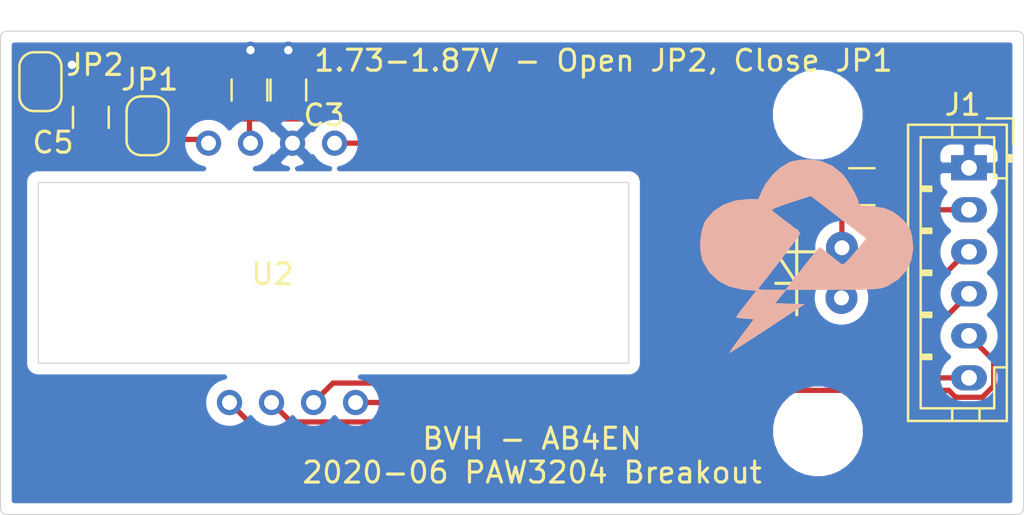
<source format=kicad_pcb>
(kicad_pcb (version 20171130) (host pcbnew 5.1.6-c6e7f7d~86~ubuntu18.04.1)

  (general
    (thickness 1.6)
    (drawings 14)
    (tracks 53)
    (zones 0)
    (modules 9)
    (nets 11)
  )

  (page A4)
  (layers
    (0 F.Cu signal)
    (31 B.Cu signal)
    (32 B.Adhes user)
    (33 F.Adhes user)
    (34 B.Paste user)
    (35 F.Paste user)
    (36 B.SilkS user)
    (37 F.SilkS user)
    (38 B.Mask user)
    (39 F.Mask user)
    (40 Dwgs.User user)
    (41 Cmts.User user)
    (42 Eco1.User user)
    (43 Eco2.User user)
    (44 Edge.Cuts user)
    (45 Margin user)
    (46 B.CrtYd user)
    (47 F.CrtYd user)
    (48 B.Fab user)
    (49 F.Fab user)
  )

  (setup
    (last_trace_width 0.25)
    (trace_clearance 0.2)
    (zone_clearance 0.508)
    (zone_45_only no)
    (trace_min 0.2)
    (via_size 0.8)
    (via_drill 0.4)
    (via_min_size 0.4)
    (via_min_drill 0.3)
    (uvia_size 0.3)
    (uvia_drill 0.1)
    (uvias_allowed no)
    (uvia_min_size 0.2)
    (uvia_min_drill 0.1)
    (edge_width 0.05)
    (segment_width 0.2)
    (pcb_text_width 0.3)
    (pcb_text_size 1.5 1.5)
    (mod_edge_width 0.12)
    (mod_text_size 1 1)
    (mod_text_width 0.15)
    (pad_size 1.524 1.524)
    (pad_drill 0.762)
    (pad_to_mask_clearance 0.05)
    (aux_axis_origin 0 0)
    (grid_origin 152.8 119.7)
    (visible_elements FFFFFF7F)
    (pcbplotparams
      (layerselection 0x010fc_ffffffff)
      (usegerberextensions false)
      (usegerberattributes true)
      (usegerberadvancedattributes true)
      (creategerberjobfile true)
      (excludeedgelayer true)
      (linewidth 0.100000)
      (plotframeref false)
      (viasonmask false)
      (mode 1)
      (useauxorigin false)
      (hpglpennumber 1)
      (hpglpenspeed 20)
      (hpglpendiameter 15.000000)
      (psnegative false)
      (psa4output false)
      (plotreference true)
      (plotvalue true)
      (plotinvisibletext false)
      (padsonsilk false)
      (subtractmaskfromsilk false)
      (outputformat 1)
      (mirror false)
      (drillshape 1)
      (scaleselection 1)
      (outputdirectory ""))
  )

  (net 0 "")
  (net 1 GND)
  (net 2 VDD)
  (net 3 VDDA)
  (net 4 SDIO)
  (net 5 SCLK)
  (net 6 RST)
  (net 7 MOTSWK)
  (net 8 LED_A)
  (net 9 LED_C)
  (net 10 "Net-(C5-Pad2)")

  (net_class Default "This is the default net class."
    (clearance 0.2)
    (trace_width 0.25)
    (via_dia 0.8)
    (via_drill 0.4)
    (uvia_dia 0.3)
    (uvia_drill 0.1)
    (add_net GND)
    (add_net LED_A)
    (add_net LED_C)
    (add_net MOTSWK)
    (add_net "Net-(C5-Pad2)")
    (add_net RST)
    (add_net SCLK)
    (add_net SDIO)
    (add_net VDD)
    (add_net VDDA)
  )

  (module BVH_Logos:SkyIron_logo_Back (layer F.Cu) (tedit 5EC1B53B) (tstamp 5EF39E40)
    (at 175.6 111.7)
    (fp_text reference G*** (at 0 0) (layer F.SilkS) hide
      (effects (font (size 1.524 1.524) (thickness 0.3)))
    )
    (fp_text value LOGO (at 0.75 0) (layer F.SilkS) hide
      (effects (font (size 1.524 1.524) (thickness 0.3)))
    )
    (fp_poly (pts (xy 0.352298 -4.573742) (xy 0.020909 -4.517714) (xy -0.158124 -4.462771) (xy -0.568729 -4.218391)
      (xy -0.960714 -3.860141) (xy -1.282732 -3.44029) (xy -1.423622 -3.174524) (xy -1.623737 -2.712223)
      (xy -2.089404 -2.710306) (xy -2.720813 -2.641024) (xy -3.283692 -2.447098) (xy -3.754039 -2.141285)
      (xy -4.107855 -1.736342) (xy -4.189405 -1.594084) (xy -4.327557 -1.193063) (xy -4.393634 -0.714943)
      (xy -4.38447 -0.230464) (xy -4.296899 0.189635) (xy -4.272125 0.254) (xy -3.96779 0.76751)
      (xy -3.543426 1.170759) (xy -3.017406 1.45105) (xy -2.408103 1.595686) (xy -2.318135 1.604313)
      (xy -1.730121 1.651) (xy -2.206096 2.258653) (xy -2.415447 2.530443) (xy -2.57786 2.749903)
      (xy -2.669836 2.884854) (xy -2.68207 2.910395) (xy -2.605941 2.940286) (xy -2.41146 2.9681)
      (xy -2.262451 2.980076) (xy -1.842832 3.005667) (xy -2.43912 3.795609) (xy -2.66994 4.106555)
      (xy -2.854143 4.364629) (xy -2.972683 4.542435) (xy -3.006906 4.612312) (xy -2.931538 4.575026)
      (xy -2.734381 4.456125) (xy -2.434629 4.267785) (xy -2.051479 4.022182) (xy -1.604125 3.731492)
      (xy -1.200404 3.46641) (xy 0.577596 2.293746) (xy -0.122819 2.268707) (xy -0.823235 2.243667)
      (xy -0.299075 1.608667) (xy 1.917261 1.606807) (xy 2.5952 1.605383) (xy 3.126469 1.601369)
      (xy 3.533727 1.593245) (xy 3.839631 1.579491) (xy 4.066842 1.558584) (xy 4.238018 1.529005)
      (xy 4.375819 1.489233) (xy 4.502904 1.437746) (xy 4.514596 1.432483) (xy 5.028188 1.116403)
      (xy 5.409697 0.701144) (xy 5.651277 0.20259) (xy 5.745077 -0.363375) (xy 5.700865 -0.836434)
      (xy 3.502838 -0.836434) (xy 3.352551 -0.647268) (xy 3.106614 -0.344738) (xy 2.863604 -0.057756)
      (xy 2.648923 0.184998) (xy 2.487973 0.354841) (xy 2.406159 0.423095) (xy 2.404315 0.423334)
      (xy 2.319153 0.372883) (xy 2.140171 0.239209) (xy 1.902512 0.048824) (xy 1.846068 0.00215)
      (xy 1.601324 -0.197243) (xy 1.408953 -0.346257) (xy 1.303542 -0.418301) (xy 1.295421 -0.421183)
      (xy 1.230775 -0.358752) (xy 1.081728 -0.185219) (xy 0.867281 0.07642) (xy 0.606438 0.403172)
      (xy 0.457611 0.592667) (xy -0.336024 1.608667) (xy -1.014169 1.608667) (xy -1.347314 1.606201)
      (xy -1.538528 1.593901) (xy -1.615196 1.564409) (xy -1.604702 1.51037) (xy -1.565741 1.4605)
      (xy -1.399739 1.259055) (xy -1.176672 0.978433) (xy -0.915862 0.644065) (xy -0.636634 0.281383)
      (xy -0.35831 -0.084183) (xy -0.100215 -0.427202) (xy 0.118329 -0.722242) (xy 0.277996 -0.943873)
      (xy 0.359465 -1.066663) (xy 0.36593 -1.081696) (xy 0.301878 -1.158891) (xy 0.129362 -1.309563)
      (xy -0.122157 -1.508952) (xy -0.311404 -1.651) (xy -0.59765 -1.866231) (xy -0.824037 -2.045344)
      (xy -0.961251 -2.164631) (xy -0.988737 -2.1988) (xy -0.913374 -2.243222) (xy -0.708531 -2.326799)
      (xy -0.406075 -2.437298) (xy -0.06203 -2.554522) (xy 0.864676 -2.860681) (xy 2.183757 -1.848558)
      (xy 3.502838 -0.836434) (xy 5.700865 -0.836434) (xy 5.69049 -0.94744) (xy 5.604056 -1.246889)
      (xy 5.464262 -1.492027) (xy 5.229643 -1.753243) (xy 5.196794 -1.785465) (xy 4.811365 -2.090263)
      (xy 4.38453 -2.276987) (xy 3.872369 -2.361616) (xy 3.588104 -2.370666) (xy 3.29564 -2.390779)
      (xy 3.166767 -2.451268) (xy 3.159863 -2.4765) (xy 3.113249 -2.665778) (xy 2.990991 -2.943484)
      (xy 2.819216 -3.262706) (xy 2.624052 -3.576536) (xy 2.431628 -3.838063) (xy 2.351763 -3.92734)
      (xy 1.886228 -4.298801) (xy 1.359586 -4.518799) (xy 0.751632 -4.595544) (xy 0.706572 -4.595766)
      (xy 0.352298 -4.573742)) (layer B.SilkS) (width 0.01))
  )

  (module Jumper:SolderJumper-2_P1.3mm_Open_RoundedPad1.0x1.5mm (layer F.Cu) (tedit 5B391E66) (tstamp 5EF39A40)
    (at 144.9 105.5 90)
    (descr "SMD Solder Jumper, 1x1.5mm, rounded Pads, 0.3mm gap, open")
    (tags "solder jumper open")
    (path /5F05DB12)
    (attr virtual)
    (fp_text reference JP1 (at 2.2 0.1 180) (layer F.SilkS)
      (effects (font (size 1 1) (thickness 0.15)))
    )
    (fp_text value VDDA_VDD (at 0 1.9 90) (layer F.Fab)
      (effects (font (size 1 1) (thickness 0.15)))
    )
    (fp_arc (start -0.7 -0.3) (end -0.7 -1) (angle -90) (layer F.SilkS) (width 0.12))
    (fp_arc (start -0.7 0.3) (end -1.4 0.3) (angle -90) (layer F.SilkS) (width 0.12))
    (fp_arc (start 0.7 0.3) (end 0.7 1) (angle -90) (layer F.SilkS) (width 0.12))
    (fp_arc (start 0.7 -0.3) (end 1.4 -0.3) (angle -90) (layer F.SilkS) (width 0.12))
    (fp_line (start -1.4 0.3) (end -1.4 -0.3) (layer F.SilkS) (width 0.12))
    (fp_line (start 0.7 1) (end -0.7 1) (layer F.SilkS) (width 0.12))
    (fp_line (start 1.4 -0.3) (end 1.4 0.3) (layer F.SilkS) (width 0.12))
    (fp_line (start -0.7 -1) (end 0.7 -1) (layer F.SilkS) (width 0.12))
    (fp_line (start -1.65 -1.25) (end 1.65 -1.25) (layer F.CrtYd) (width 0.05))
    (fp_line (start -1.65 -1.25) (end -1.65 1.25) (layer F.CrtYd) (width 0.05))
    (fp_line (start 1.65 1.25) (end 1.65 -1.25) (layer F.CrtYd) (width 0.05))
    (fp_line (start 1.65 1.25) (end -1.65 1.25) (layer F.CrtYd) (width 0.05))
    (pad 2 smd custom (at 0.65 0 90) (size 1 0.5) (layers F.Cu F.Mask)
      (net 2 VDD) (zone_connect 2)
      (options (clearance outline) (anchor rect))
      (primitives
        (gr_circle (center 0 0.25) (end 0.5 0.25) (width 0))
        (gr_circle (center 0 -0.25) (end 0.5 -0.25) (width 0))
        (gr_poly (pts
           (xy 0 -0.75) (xy -0.5 -0.75) (xy -0.5 0.75) (xy 0 0.75)) (width 0))
      ))
    (pad 1 smd custom (at -0.65 0 90) (size 1 0.5) (layers F.Cu F.Mask)
      (net 3 VDDA) (zone_connect 2)
      (options (clearance outline) (anchor rect))
      (primitives
        (gr_circle (center 0 0.25) (end 0.5 0.25) (width 0))
        (gr_circle (center 0 -0.25) (end 0.5 -0.25) (width 0))
        (gr_poly (pts
           (xy 0 -0.75) (xy 0.5 -0.75) (xy 0.5 0.75) (xy 0 0.75)) (width 0))
      ))
  )

  (module Jumper:SolderJumper-2_P1.3mm_Bridged_RoundedPad1.0x1.5mm (layer F.Cu) (tedit 5C745284) (tstamp 5EF39A53)
    (at 139.8 103.4 90)
    (descr "SMD Solder Jumper, 1x1.5mm, rounded Pads, 0.3mm gap, bridged with 1 copper strip")
    (tags "solder jumper open")
    (path /5F05D260)
    (attr virtual)
    (fp_text reference JP2 (at 0.8 2.6 180) (layer F.SilkS)
      (effects (font (size 1 1) (thickness 0.15)))
    )
    (fp_text value VDDA_GND (at 0 1.9 90) (layer F.Fab)
      (effects (font (size 1 1) (thickness 0.15)))
    )
    (fp_arc (start -0.7 -0.3) (end -0.7 -1) (angle -90) (layer F.SilkS) (width 0.12))
    (fp_arc (start -0.7 0.3) (end -1.4 0.3) (angle -90) (layer F.SilkS) (width 0.12))
    (fp_arc (start 0.7 0.3) (end 0.7 1) (angle -90) (layer F.SilkS) (width 0.12))
    (fp_arc (start 0.7 -0.3) (end 1.4 -0.3) (angle -90) (layer F.SilkS) (width 0.12))
    (fp_line (start -1.4 0.3) (end -1.4 -0.3) (layer F.SilkS) (width 0.12))
    (fp_line (start 0.7 1) (end -0.7 1) (layer F.SilkS) (width 0.12))
    (fp_line (start 1.4 -0.3) (end 1.4 0.3) (layer F.SilkS) (width 0.12))
    (fp_line (start -0.7 -1) (end 0.7 -1) (layer F.SilkS) (width 0.12))
    (fp_line (start -1.65 -1.25) (end 1.65 -1.25) (layer F.CrtYd) (width 0.05))
    (fp_line (start -1.65 -1.25) (end -1.65 1.25) (layer F.CrtYd) (width 0.05))
    (fp_line (start 1.65 1.25) (end 1.65 -1.25) (layer F.CrtYd) (width 0.05))
    (fp_line (start 1.65 1.25) (end -1.65 1.25) (layer F.CrtYd) (width 0.05))
    (fp_poly (pts (xy 0.25 -0.3) (xy -0.25 -0.3) (xy -0.25 0.3) (xy 0.25 0.3)) (layer F.Cu) (width 0))
    (pad 1 smd custom (at -0.65 0 90) (size 1 0.5) (layers F.Cu F.Mask)
      (net 10 "Net-(C5-Pad2)") (zone_connect 2)
      (options (clearance outline) (anchor rect))
      (primitives
        (gr_circle (center 0 0.25) (end 0.5 0.25) (width 0))
        (gr_circle (center 0 -0.25) (end 0.5 -0.25) (width 0))
        (gr_poly (pts
           (xy 0 -0.75) (xy 0.5 -0.75) (xy 0.5 0.75) (xy 0 0.75)) (width 0))
      ))
    (pad 2 smd custom (at 0.65 0 90) (size 1 0.5) (layers F.Cu F.Mask)
      (net 1 GND) (zone_connect 2)
      (options (clearance outline) (anchor rect))
      (primitives
        (gr_circle (center 0 0.25) (end 0.5 0.25) (width 0))
        (gr_circle (center 0 -0.25) (end 0.5 -0.25) (width 0))
        (gr_poly (pts
           (xy 0 -0.75) (xy -0.5 -0.75) (xy -0.5 0.75) (xy 0 0.75)) (width 0))
      ))
  )

  (module BVH_Components_Misc:PAW3204 (layer F.Cu) (tedit 5EF1EDD5) (tstamp 5EF2994F)
    (at 150.8 112.5)
    (path /5EF131FB)
    (fp_text reference U2 (at 0.05 0.06) (layer F.SilkS)
      (effects (font (size 1 1) (thickness 0.15)))
    )
    (fp_text value PAW3204 (at 0 -2.43) (layer F.Fab)
      (effects (font (size 1 1) (thickness 0.15)))
    )
    (fp_line (start 24 0.5) (end 26 0.5) (layer F.SilkS) (width 0.15))
    (fp_line (start 25 0.5) (end 24 -1) (layer F.SilkS) (width 0.15))
    (fp_line (start 26 -1) (end 25 0.5) (layer F.SilkS) (width 0.15))
    (fp_line (start 24 -1) (end 26 -1) (layer F.SilkS) (width 0.15))
    (fp_line (start 25 -2) (end 25 2) (layer F.SilkS) (width 0.15))
    (fp_line (start 24.3 3) (end 21 3) (layer Eco2.User) (width 0.12))
    (fp_line (start 24.3 2) (end 24.3 3) (layer Eco2.User) (width 0.12))
    (fp_line (start 26.1 2) (end 24.3 2) (layer Eco2.User) (width 0.12))
    (fp_line (start 26.1 -2.02) (end 26.1 2) (layer Eco2.User) (width 0.12))
    (fp_line (start 24.17 -3) (end 21 -3) (layer Eco2.User) (width 0.12))
    (fp_line (start 24.17 -2.02) (end 24.17 -3) (layer Eco2.User) (width 0.12))
    (fp_line (start 26.1 -2.02) (end 24.17 -2.02) (layer Eco2.User) (width 0.12))
    (fp_line (start 5.45 -4.55) (end -4.43 -4.55) (layer Eco2.User) (width 0.12))
    (fp_line (start 5.45 4.55) (end 5.45 -4.55) (layer Eco2.User) (width 0.12))
    (fp_line (start -4.45 4.55) (end 5.45 4.55) (layer Eco2.User) (width 0.12))
    (fp_line (start -4.45 -4.55) (end -4.45 4.55) (layer Eco2.User) (width 0.12))
    (fp_line (start -11.05 4.242) (end -11.05 -4.242) (layer Eco1.User) (width 0.12))
    (fp_line (start 16.95 4.242) (end -11.05 4.242) (layer Eco1.User) (width 0.12))
    (fp_line (start 16.95 -4.242) (end 16.95 4.242) (layer Eco1.User) (width 0.12))
    (fp_line (start -11.05 -4.242) (end 16.95 -4.242) (layer Eco1.User) (width 0.12))
    (fp_arc (start 21 0) (end 21 -3) (angle -180) (layer Eco2.User) (width 0.12))
    (pad 8 thru_hole circle (at -3 -6.172 180) (size 1.2 1.2) (drill 0.711) (layers *.Cu *.Mask)
      (net 3 VDDA))
    (pad 6 thru_hole circle (at 1 -6.172 180) (size 1.2 1.2) (drill 0.711) (layers *.Cu *.Mask)
      (net 1 GND))
    (pad 7 thru_hole circle (at -1 -6.172 180) (size 1.2 1.2) (drill 0.711) (layers *.Cu *.Mask)
      (net 2 VDD))
    (pad 5 thru_hole circle (at 3 -6.172 180) (size 1.2 1.2) (drill 0.711) (layers *.Cu *.Mask)
      (net 9 LED_C))
    (pad 4 thru_hole circle (at 4 6.172) (size 1.2 1.2) (drill 0.711) (layers *.Cu *.Mask)
      (net 5 SCLK))
    (pad 3 thru_hole circle (at 2 6.172) (size 1.2 1.2) (drill 0.711) (layers *.Cu *.Mask)
      (net 4 SDIO))
    (pad 2 thru_hole circle (at 0 6.172) (size 1.2 1.2) (drill 0.711) (layers *.Cu *.Mask)
      (net 7 MOTSWK))
    (pad 1 thru_hole circle (at -2 6.172) (size 1.2 1.2) (drill 0.711) (layers *.Cu *.Mask)
      (net 6 RST))
    (pad "" np_thru_hole circle (at 26 -7.53) (size 3.251 3.251) (drill 3.251) (layers *.Cu *.Mask))
    (pad "" np_thru_hole circle (at 26.01 7.544) (size 3.251 3.251) (drill 3.251) (layers *.Cu *.Mask))
    (pad 10 thru_hole circle (at 27.13 1.194) (size 1.524 1.524) (drill 0.711) (layers *.Cu *.Mask)
      (net 9 LED_C))
    (pad 9 thru_hole circle (at 27.153 -1.194) (size 1.524 1.524) (drill 0.711) (layers *.Cu *.Mask)
      (net 8 LED_A))
  )

  (module Resistors_SMD:R_0805 (layer F.Cu) (tedit 58E0A804) (tstamp 5EF288AE)
    (at 178.9 108.4 180)
    (descr "Resistor SMD 0805, reflow soldering, Vishay (see dcrcw.pdf)")
    (tags "resistor 0805")
    (path /5EF13D4D)
    (attr smd)
    (fp_text reference R1 (at 2.5 0) (layer F.SilkS)
      (effects (font (size 1 1) (thickness 0.15)))
    )
    (fp_text value R (at 0 1.75) (layer F.Fab)
      (effects (font (size 1 1) (thickness 0.15)))
    )
    (fp_line (start -1 0.62) (end -1 -0.62) (layer F.Fab) (width 0.1))
    (fp_line (start 1 0.62) (end -1 0.62) (layer F.Fab) (width 0.1))
    (fp_line (start 1 -0.62) (end 1 0.62) (layer F.Fab) (width 0.1))
    (fp_line (start -1 -0.62) (end 1 -0.62) (layer F.Fab) (width 0.1))
    (fp_line (start 0.6 0.88) (end -0.6 0.88) (layer F.SilkS) (width 0.12))
    (fp_line (start -0.6 -0.88) (end 0.6 -0.88) (layer F.SilkS) (width 0.12))
    (fp_line (start -1.55 -0.9) (end 1.55 -0.9) (layer F.CrtYd) (width 0.05))
    (fp_line (start -1.55 -0.9) (end -1.55 0.9) (layer F.CrtYd) (width 0.05))
    (fp_line (start 1.55 0.9) (end 1.55 -0.9) (layer F.CrtYd) (width 0.05))
    (fp_line (start 1.55 0.9) (end -1.55 0.9) (layer F.CrtYd) (width 0.05))
    (fp_text user %R (at 0 0) (layer F.Fab)
      (effects (font (size 0.5 0.5) (thickness 0.075)))
    )
    (pad 1 smd rect (at -0.95 0 180) (size 0.7 1.3) (layers F.Cu F.Paste F.Mask)
      (net 2 VDD))
    (pad 2 smd rect (at 0.95 0 180) (size 0.7 1.3) (layers F.Cu F.Paste F.Mask)
      (net 8 LED_A))
    (model ${KISYS3DMOD}/Resistors_SMD.3dshapes/R_0805.wrl
      (at (xyz 0 0 0))
      (scale (xyz 1 1 1))
      (rotate (xyz 0 0 0))
    )
  )

  (module Connectors_JST:JST_PH_B6B-PH-K_06x2.00mm_Straight (layer F.Cu) (tedit 58D3FE4F) (tstamp 5EF29A65)
    (at 184 107.5 270)
    (descr "JST PH series connector, B6B-PH-K, top entry type, through hole, Datasheet: http://www.jst-mfg.com/product/pdf/eng/ePH.pdf")
    (tags "connector jst ph")
    (path /5EF1F473)
    (fp_text reference J1 (at -3 0.3 180) (layer F.SilkS)
      (effects (font (size 1 1) (thickness 0.15)))
    )
    (fp_text value Conn_01x06 (at 5 3.8 90) (layer F.Fab)
      (effects (font (size 1 1) (thickness 0.15)))
    )
    (fp_line (start -2.05 -1.8) (end -2.05 2.9) (layer F.SilkS) (width 0.12))
    (fp_line (start -2.05 2.9) (end 12.05 2.9) (layer F.SilkS) (width 0.12))
    (fp_line (start 12.05 2.9) (end 12.05 -1.8) (layer F.SilkS) (width 0.12))
    (fp_line (start 12.05 -1.8) (end -2.05 -1.8) (layer F.SilkS) (width 0.12))
    (fp_line (start 0.5 -1.8) (end 0.5 -1.2) (layer F.SilkS) (width 0.12))
    (fp_line (start 0.5 -1.2) (end -1.45 -1.2) (layer F.SilkS) (width 0.12))
    (fp_line (start -1.45 -1.2) (end -1.45 2.3) (layer F.SilkS) (width 0.12))
    (fp_line (start -1.45 2.3) (end 11.45 2.3) (layer F.SilkS) (width 0.12))
    (fp_line (start 11.45 2.3) (end 11.45 -1.2) (layer F.SilkS) (width 0.12))
    (fp_line (start 11.45 -1.2) (end 9.5 -1.2) (layer F.SilkS) (width 0.12))
    (fp_line (start 9.5 -1.2) (end 9.5 -1.8) (layer F.SilkS) (width 0.12))
    (fp_line (start -2.05 -0.5) (end -1.45 -0.5) (layer F.SilkS) (width 0.12))
    (fp_line (start -2.05 0.8) (end -1.45 0.8) (layer F.SilkS) (width 0.12))
    (fp_line (start 12.05 -0.5) (end 11.45 -0.5) (layer F.SilkS) (width 0.12))
    (fp_line (start 12.05 0.8) (end 11.45 0.8) (layer F.SilkS) (width 0.12))
    (fp_line (start -0.3 -1.8) (end -0.3 -2) (layer F.SilkS) (width 0.12))
    (fp_line (start -0.3 -2) (end -0.6 -2) (layer F.SilkS) (width 0.12))
    (fp_line (start -0.6 -2) (end -0.6 -1.8) (layer F.SilkS) (width 0.12))
    (fp_line (start -0.3 -1.9) (end -0.6 -1.9) (layer F.SilkS) (width 0.12))
    (fp_line (start 0.9 2.3) (end 0.9 1.8) (layer F.SilkS) (width 0.12))
    (fp_line (start 0.9 1.8) (end 1.1 1.8) (layer F.SilkS) (width 0.12))
    (fp_line (start 1.1 1.8) (end 1.1 2.3) (layer F.SilkS) (width 0.12))
    (fp_line (start 1 2.3) (end 1 1.8) (layer F.SilkS) (width 0.12))
    (fp_line (start 2.9 2.3) (end 2.9 1.8) (layer F.SilkS) (width 0.12))
    (fp_line (start 2.9 1.8) (end 3.1 1.8) (layer F.SilkS) (width 0.12))
    (fp_line (start 3.1 1.8) (end 3.1 2.3) (layer F.SilkS) (width 0.12))
    (fp_line (start 3 2.3) (end 3 1.8) (layer F.SilkS) (width 0.12))
    (fp_line (start 4.9 2.3) (end 4.9 1.8) (layer F.SilkS) (width 0.12))
    (fp_line (start 4.9 1.8) (end 5.1 1.8) (layer F.SilkS) (width 0.12))
    (fp_line (start 5.1 1.8) (end 5.1 2.3) (layer F.SilkS) (width 0.12))
    (fp_line (start 5 2.3) (end 5 1.8) (layer F.SilkS) (width 0.12))
    (fp_line (start 6.9 2.3) (end 6.9 1.8) (layer F.SilkS) (width 0.12))
    (fp_line (start 6.9 1.8) (end 7.1 1.8) (layer F.SilkS) (width 0.12))
    (fp_line (start 7.1 1.8) (end 7.1 2.3) (layer F.SilkS) (width 0.12))
    (fp_line (start 7 2.3) (end 7 1.8) (layer F.SilkS) (width 0.12))
    (fp_line (start 8.9 2.3) (end 8.9 1.8) (layer F.SilkS) (width 0.12))
    (fp_line (start 8.9 1.8) (end 9.1 1.8) (layer F.SilkS) (width 0.12))
    (fp_line (start 9.1 1.8) (end 9.1 2.3) (layer F.SilkS) (width 0.12))
    (fp_line (start 9 2.3) (end 9 1.8) (layer F.SilkS) (width 0.12))
    (fp_line (start -1.1 -2.1) (end -2.35 -2.1) (layer F.SilkS) (width 0.12))
    (fp_line (start -2.35 -2.1) (end -2.35 -0.85) (layer F.SilkS) (width 0.12))
    (fp_line (start -1.1 -2.1) (end -2.35 -2.1) (layer F.Fab) (width 0.1))
    (fp_line (start -2.35 -2.1) (end -2.35 -0.85) (layer F.Fab) (width 0.1))
    (fp_line (start -1.95 -1.7) (end -1.95 2.8) (layer F.Fab) (width 0.1))
    (fp_line (start -1.95 2.8) (end 11.95 2.8) (layer F.Fab) (width 0.1))
    (fp_line (start 11.95 2.8) (end 11.95 -1.7) (layer F.Fab) (width 0.1))
    (fp_line (start 11.95 -1.7) (end -1.95 -1.7) (layer F.Fab) (width 0.1))
    (fp_line (start -2.45 -2.2) (end -2.45 3.3) (layer F.CrtYd) (width 0.05))
    (fp_line (start -2.45 3.3) (end 12.45 3.3) (layer F.CrtYd) (width 0.05))
    (fp_line (start 12.45 3.3) (end 12.45 -2.2) (layer F.CrtYd) (width 0.05))
    (fp_line (start 12.45 -2.2) (end -2.45 -2.2) (layer F.CrtYd) (width 0.05))
    (fp_text user %R (at 5 1.5 90) (layer F.Fab)
      (effects (font (size 1 1) (thickness 0.15)))
    )
    (pad 1 thru_hole rect (at 0 0 270) (size 1.2 1.7) (drill 0.75) (layers *.Cu *.Mask)
      (net 1 GND))
    (pad 2 thru_hole oval (at 2 0 270) (size 1.2 1.7) (drill 0.75) (layers *.Cu *.Mask)
      (net 2 VDD))
    (pad 3 thru_hole oval (at 4 0 270) (size 1.2 1.7) (drill 0.75) (layers *.Cu *.Mask)
      (net 4 SDIO))
    (pad 4 thru_hole oval (at 6 0 270) (size 1.2 1.7) (drill 0.75) (layers *.Cu *.Mask)
      (net 5 SCLK))
    (pad 5 thru_hole oval (at 8 0 270) (size 1.2 1.7) (drill 0.75) (layers *.Cu *.Mask)
      (net 6 RST))
    (pad 6 thru_hole oval (at 10 0 270) (size 1.2 1.7) (drill 0.75) (layers *.Cu *.Mask)
      (net 7 MOTSWK))
    (model ${KISYS3DMOD}/Connectors_JST.3dshapes/JST_PH_B6B-PH-K_06x2.00mm_Straight.wrl
      (at (xyz 0 0 0))
      (scale (xyz 1 1 1))
      (rotate (xyz 0 0 0))
    )
  )

  (module Capacitors_SMD:C_0805 (layer F.Cu) (tedit 58AA8463) (tstamp 5EF28CCF)
    (at 142.2 105.1 90)
    (descr "Capacitor SMD 0805, reflow soldering, AVX (see smccp.pdf)")
    (tags "capacitor 0805")
    (path /5EF74ECE)
    (attr smd)
    (fp_text reference C5 (at -1.2 -1.8 180) (layer F.SilkS)
      (effects (font (size 1 1) (thickness 0.15)))
    )
    (fp_text value 1uF (at 0 1.75 90) (layer F.Fab) hide
      (effects (font (size 1 1) (thickness 0.15)))
    )
    (fp_line (start -1 0.62) (end -1 -0.62) (layer F.Fab) (width 0.1))
    (fp_line (start 1 0.62) (end -1 0.62) (layer F.Fab) (width 0.1))
    (fp_line (start 1 -0.62) (end 1 0.62) (layer F.Fab) (width 0.1))
    (fp_line (start -1 -0.62) (end 1 -0.62) (layer F.Fab) (width 0.1))
    (fp_line (start 0.5 -0.85) (end -0.5 -0.85) (layer F.SilkS) (width 0.12))
    (fp_line (start -0.5 0.85) (end 0.5 0.85) (layer F.SilkS) (width 0.12))
    (fp_line (start -1.75 -0.88) (end 1.75 -0.88) (layer F.CrtYd) (width 0.05))
    (fp_line (start -1.75 -0.88) (end -1.75 0.87) (layer F.CrtYd) (width 0.05))
    (fp_line (start 1.75 0.87) (end 1.75 -0.88) (layer F.CrtYd) (width 0.05))
    (fp_line (start 1.75 0.87) (end -1.75 0.87) (layer F.CrtYd) (width 0.05))
    (fp_text user %R (at 0 -1.5 90) (layer F.Fab) hide
      (effects (font (size 1 1) (thickness 0.15)))
    )
    (pad 1 smd rect (at -1 0 90) (size 1 1.25) (layers F.Cu F.Paste F.Mask)
      (net 3 VDDA))
    (pad 2 smd rect (at 1 0 90) (size 1 1.25) (layers F.Cu F.Paste F.Mask)
      (net 10 "Net-(C5-Pad2)"))
    (model Capacitors_SMD.3dshapes/C_0805.wrl
      (at (xyz 0 0 0))
      (scale (xyz 1 1 1))
      (rotate (xyz 0 0 0))
    )
  )

  (module Capacitors_SMD:C_0805 (layer F.Cu) (tedit 58AA8463) (tstamp 5EF28C49)
    (at 149.75 103.8 90)
    (descr "Capacitor SMD 0805, reflow soldering, AVX (see smccp.pdf)")
    (tags "capacitor 0805")
    (path /5EF1DF8F)
    (attr smd)
    (fp_text reference C4 (at -0.1 0 180) (layer F.SilkS) hide
      (effects (font (size 1 1) (thickness 0.15)))
    )
    (fp_text value 0.1uF (at 0 1.75 90) (layer F.Fab) hide
      (effects (font (size 1 1) (thickness 0.15)))
    )
    (fp_line (start -1 0.62) (end -1 -0.62) (layer F.Fab) (width 0.1))
    (fp_line (start 1 0.62) (end -1 0.62) (layer F.Fab) (width 0.1))
    (fp_line (start 1 -0.62) (end 1 0.62) (layer F.Fab) (width 0.1))
    (fp_line (start -1 -0.62) (end 1 -0.62) (layer F.Fab) (width 0.1))
    (fp_line (start 0.5 -0.85) (end -0.5 -0.85) (layer F.SilkS) (width 0.12))
    (fp_line (start -0.5 0.85) (end 0.5 0.85) (layer F.SilkS) (width 0.12))
    (fp_line (start -1.75 -0.88) (end 1.75 -0.88) (layer F.CrtYd) (width 0.05))
    (fp_line (start -1.75 -0.88) (end -1.75 0.87) (layer F.CrtYd) (width 0.05))
    (fp_line (start 1.75 0.87) (end 1.75 -0.88) (layer F.CrtYd) (width 0.05))
    (fp_line (start 1.75 0.87) (end -1.75 0.87) (layer F.CrtYd) (width 0.05))
    (fp_text user %R (at 0 -1.5 90) (layer F.Fab) hide
      (effects (font (size 1 1) (thickness 0.15)))
    )
    (pad 1 smd rect (at -1 0 90) (size 1 1.25) (layers F.Cu F.Paste F.Mask)
      (net 2 VDD))
    (pad 2 smd rect (at 1 0 90) (size 1 1.25) (layers F.Cu F.Paste F.Mask)
      (net 1 GND))
    (model Capacitors_SMD.3dshapes/C_0805.wrl
      (at (xyz 0 0 0))
      (scale (xyz 1 1 1))
      (rotate (xyz 0 0 0))
    )
  )

  (module Capacitors_SMD:C_0805 (layer F.Cu) (tedit 58AA8463) (tstamp 5EF28DAF)
    (at 151.6 103.8 90)
    (descr "Capacitor SMD 0805, reflow soldering, AVX (see smccp.pdf)")
    (tags "capacitor 0805")
    (path /5EF1C348)
    (attr smd)
    (fp_text reference C3 (at -1.2 1.7 180) (layer F.SilkS)
      (effects (font (size 1 1) (thickness 0.15)))
    )
    (fp_text value 10uF (at 0 1.75 90) (layer F.Fab) hide
      (effects (font (size 1 1) (thickness 0.15)))
    )
    (fp_line (start -1 0.62) (end -1 -0.62) (layer F.Fab) (width 0.1))
    (fp_line (start 1 0.62) (end -1 0.62) (layer F.Fab) (width 0.1))
    (fp_line (start 1 -0.62) (end 1 0.62) (layer F.Fab) (width 0.1))
    (fp_line (start -1 -0.62) (end 1 -0.62) (layer F.Fab) (width 0.1))
    (fp_line (start 0.5 -0.85) (end -0.5 -0.85) (layer F.SilkS) (width 0.12))
    (fp_line (start -0.5 0.85) (end 0.5 0.85) (layer F.SilkS) (width 0.12))
    (fp_line (start -1.75 -0.88) (end 1.75 -0.88) (layer F.CrtYd) (width 0.05))
    (fp_line (start -1.75 -0.88) (end -1.75 0.87) (layer F.CrtYd) (width 0.05))
    (fp_line (start 1.75 0.87) (end 1.75 -0.88) (layer F.CrtYd) (width 0.05))
    (fp_line (start 1.75 0.87) (end -1.75 0.87) (layer F.CrtYd) (width 0.05))
    (fp_text user %R (at 0 -1.5 90) (layer F.Fab) hide
      (effects (font (size 1 1) (thickness 0.15)))
    )
    (pad 1 smd rect (at -1 0 90) (size 1 1.25) (layers F.Cu F.Paste F.Mask)
      (net 2 VDD))
    (pad 2 smd rect (at 1 0 90) (size 1 1.25) (layers F.Cu F.Paste F.Mask)
      (net 1 GND))
    (model Capacitors_SMD.3dshapes/C_0805.wrl
      (at (xyz 0 0 0))
      (scale (xyz 1 1 1))
      (rotate (xyz 0 0 0))
    )
  )

  (gr_text "BVH - AB4EN\n2020-06 PAW3204 Breakout" (at 163.2 121.2) (layer F.SilkS)
    (effects (font (size 1 1) (thickness 0.15)))
  )
  (gr_text "1.73-1.87V - Open JP2, Close JP1" (at 166.6 102.4) (layer F.SilkS)
    (effects (font (size 1 1) (thickness 0.15)))
  )
  (gr_line (start 139.7 116.8) (end 139.7 108.2) (layer Edge.Cuts) (width 0.05) (tstamp 5EF29C64))
  (gr_arc (start 186.3 123.7) (end 186.3 124) (angle -90) (layer Edge.Cuts) (width 0.05))
  (gr_arc (start 186.3 101.3) (end 186.6 101.3) (angle -90) (layer Edge.Cuts) (width 0.05))
  (gr_arc (start 138.2 101.3) (end 138.2 101) (angle -90) (layer Edge.Cuts) (width 0.05))
  (gr_arc (start 138.2 123.7) (end 137.9 123.7) (angle -90) (layer Edge.Cuts) (width 0.05))
  (gr_line (start 137.9 123.7) (end 137.9 101.3) (layer Edge.Cuts) (width 0.05))
  (gr_line (start 186.3 124) (end 138.2 124) (layer Edge.Cuts) (width 0.05))
  (gr_line (start 186.6 101.3) (end 186.6 123.7) (layer Edge.Cuts) (width 0.05))
  (gr_line (start 138.2 101) (end 186.3 101) (layer Edge.Cuts) (width 0.05))
  (gr_line (start 167.8 116.8) (end 139.7 116.8) (layer Edge.Cuts) (width 0.05) (tstamp 5EF297E2))
  (gr_line (start 167.8 108.2) (end 167.8 116.8) (layer Edge.Cuts) (width 0.05))
  (gr_line (start 139.7 108.2) (end 167.8 108.2) (layer Edge.Cuts) (width 0.05))

  (via (at 149.8 101.9) (size 0.8) (drill 0.4) (layers F.Cu B.Cu) (net 1))
  (segment (start 149.75 102.25) (end 149.75 103.2) (width 0.25) (layer F.Cu) (net 1))
  (segment (start 149.8 101.9) (end 149.75 102.25) (width 0.25) (layer F.Cu) (net 1))
  (segment (start 151.6 103.2) (end 151.6 101.9) (width 0.25) (layer F.Cu) (net 1))
  (via (at 151.6 101.9) (size 0.8) (drill 0.4) (layers F.Cu B.Cu) (net 1))
  (via (at 141.3 102.6) (size 0.8) (drill 0.4) (layers F.Cu B.Cu) (net 1))
  (segment (start 139.8 102.75) (end 141.15 102.75) (width 0.25) (layer F.Cu) (net 1))
  (segment (start 141.15 102.75) (end 141.3 102.6) (width 0.25) (layer F.Cu) (net 1))
  (segment (start 149.75 106.278) (end 149.8 106.328) (width 0.25) (layer F.Cu) (net 2))
  (segment (start 149.75 104.8) (end 149.75 106.278) (width 0.25) (layer F.Cu) (net 2))
  (segment (start 149.75 104.8) (end 151.6 104.8) (width 0.25) (layer F.Cu) (net 2))
  (segment (start 180.95 109.5) (end 179.85 108.4) (width 0.25) (layer F.Cu) (net 2))
  (segment (start 184 109.5) (end 180.95 109.5) (width 0.25) (layer F.Cu) (net 2))
  (segment (start 178.874999 107.424999) (end 174.824999 107.424999) (width 0.25) (layer F.Cu) (net 2))
  (segment (start 179.85 108.4) (end 178.874999 107.424999) (width 0.25) (layer F.Cu) (net 2))
  (segment (start 172.2 104.8) (end 151.6 104.8) (width 0.25) (layer F.Cu) (net 2))
  (segment (start 174.824999 107.424999) (end 172.2 104.8) (width 0.25) (layer F.Cu) (net 2))
  (segment (start 149.7 104.85) (end 149.75 104.8) (width 0.25) (layer F.Cu) (net 2))
  (segment (start 144.9 104.85) (end 149.7 104.85) (width 0.25) (layer F.Cu) (net 2))
  (segment (start 147.622 106.15) (end 147.8 106.328) (width 0.25) (layer F.Cu) (net 3))
  (segment (start 144.9 106.15) (end 147.622 106.15) (width 0.25) (layer F.Cu) (net 3))
  (segment (start 144.85 106.1) (end 144.9 106.15) (width 0.25) (layer F.Cu) (net 3))
  (segment (start 142.2 106.1) (end 144.85 106.1) (width 0.25) (layer F.Cu) (net 3))
  (segment (start 183.9 111.5) (end 184 111.5) (width 0.25) (layer F.Cu) (net 4))
  (segment (start 178.800022 116.599978) (end 183.9 111.5) (width 0.25) (layer F.Cu) (net 4))
  (segment (start 171.380179 117.746999) (end 172.5272 116.599978) (width 0.25) (layer F.Cu) (net 4))
  (segment (start 152.8 118.672) (end 153.725001 117.746999) (width 0.25) (layer F.Cu) (net 4))
  (segment (start 172.5272 116.599978) (end 178.800022 116.599978) (width 0.25) (layer F.Cu) (net 4))
  (segment (start 153.725001 117.746999) (end 171.380179 117.746999) (width 0.25) (layer F.Cu) (net 4))
  (segment (start 172.7136 117.049989) (end 171.091589 118.672) (width 0.25) (layer F.Cu) (net 5))
  (segment (start 171.091589 118.672) (end 154.8 118.672) (width 0.25) (layer F.Cu) (net 5))
  (segment (start 180.450011 117.049989) (end 172.7136 117.049989) (width 0.25) (layer F.Cu) (net 5))
  (segment (start 184 113.5) (end 180.450011 117.049989) (width 0.25) (layer F.Cu) (net 5))
  (segment (start 185.17501 116.67501) (end 184 115.5) (width 0.25) (layer F.Cu) (net 6))
  (segment (start 184.633151 118.42501) (end 185.17501 117.883151) (width 0.25) (layer F.Cu) (net 6))
  (segment (start 150.175012 120.047012) (end 171.152988 120.047012) (width 0.25) (layer F.Cu) (net 6))
  (segment (start 185.17501 117.883151) (end 185.17501 116.67501) (width 0.25) (layer F.Cu) (net 6))
  (segment (start 148.8 118.672) (end 150.175012 120.047012) (width 0.25) (layer F.Cu) (net 6))
  (segment (start 171.152988 120.047012) (end 173.106501 118.093499) (width 0.25) (layer F.Cu) (net 6))
  (segment (start 173.106501 118.093499) (end 183.035338 118.093499) (width 0.25) (layer F.Cu) (net 6))
  (segment (start 183.035338 118.093499) (end 183.366849 118.42501) (width 0.25) (layer F.Cu) (net 6))
  (segment (start 183.366849 118.42501) (end 184.633151 118.42501) (width 0.25) (layer F.Cu) (net 6))
  (segment (start 184 117.5) (end 172.9 117.5) (width 0.25) (layer F.Cu) (net 7))
  (segment (start 151.725001 119.597001) (end 150.8 118.672) (width 0.25) (layer F.Cu) (net 7))
  (segment (start 170.802999 119.597001) (end 151.725001 119.597001) (width 0.25) (layer F.Cu) (net 7))
  (segment (start 172.9 117.5) (end 170.802999 119.597001) (width 0.25) (layer F.Cu) (net 7))
  (segment (start 177.95 111.969499) (end 177.938 111.981499) (width 0.25) (layer F.Cu) (net 8))
  (segment (start 177.95 111.303) (end 177.953 111.306) (width 0.25) (layer F.Cu) (net 8))
  (segment (start 177.95 108.4) (end 177.95 111.303) (width 0.25) (layer F.Cu) (net 8))
  (segment (start 170.564 106.328) (end 177.93 113.694) (width 0.25) (layer F.Cu) (net 9))
  (segment (start 153.8 106.328) (end 170.564 106.328) (width 0.25) (layer F.Cu) (net 9))
  (segment (start 142.15 104.05) (end 142.2 104.1) (width 0.25) (layer F.Cu) (net 10))
  (segment (start 139.8 104.05) (end 142.15 104.05) (width 0.25) (layer F.Cu) (net 10))

  (zone (net 1) (net_name GND) (layer B.Cu) (tstamp 5EF39F1E) (hatch edge 0.508)
    (connect_pads (clearance 0.508))
    (min_thickness 0.254)
    (fill yes (arc_segments 32) (thermal_gap 0.508) (thermal_bridge_width 0.508))
    (polygon
      (pts
        (xy 186.6 124) (xy 137.9 124) (xy 137.9 101) (xy 186.6 101)
      )
    )
    (filled_polygon
      (pts
        (xy 185.940001 123.34) (xy 138.56 123.34) (xy 138.56 108.2) (xy 139.036807 108.2) (xy 139.040001 108.232429)
        (xy 139.04 116.767581) (xy 139.036807 116.8) (xy 139.04955 116.929383) (xy 139.08729 117.053793) (xy 139.148575 117.16845)
        (xy 139.231052 117.268948) (xy 139.33155 117.351425) (xy 139.446207 117.41271) (xy 139.570617 117.45045) (xy 139.7 117.463193)
        (xy 139.732419 117.46) (xy 148.562733 117.46) (xy 148.439764 117.48446) (xy 148.215008 117.577557) (xy 148.012733 117.712713)
        (xy 147.840713 117.884733) (xy 147.705557 118.087008) (xy 147.61246 118.311764) (xy 147.565 118.550363) (xy 147.565 118.793637)
        (xy 147.61246 119.032236) (xy 147.705557 119.256992) (xy 147.840713 119.459267) (xy 148.012733 119.631287) (xy 148.215008 119.766443)
        (xy 148.439764 119.85954) (xy 148.678363 119.907) (xy 148.921637 119.907) (xy 149.160236 119.85954) (xy 149.384992 119.766443)
        (xy 149.587267 119.631287) (xy 149.759287 119.459267) (xy 149.8 119.398336) (xy 149.840713 119.459267) (xy 150.012733 119.631287)
        (xy 150.215008 119.766443) (xy 150.439764 119.85954) (xy 150.678363 119.907) (xy 150.921637 119.907) (xy 151.160236 119.85954)
        (xy 151.384992 119.766443) (xy 151.587267 119.631287) (xy 151.759287 119.459267) (xy 151.8 119.398336) (xy 151.840713 119.459267)
        (xy 152.012733 119.631287) (xy 152.215008 119.766443) (xy 152.439764 119.85954) (xy 152.678363 119.907) (xy 152.921637 119.907)
        (xy 153.160236 119.85954) (xy 153.384992 119.766443) (xy 153.587267 119.631287) (xy 153.759287 119.459267) (xy 153.8 119.398336)
        (xy 153.840713 119.459267) (xy 154.012733 119.631287) (xy 154.215008 119.766443) (xy 154.439764 119.85954) (xy 154.678363 119.907)
        (xy 154.921637 119.907) (xy 155.160236 119.85954) (xy 155.25241 119.82136) (xy 174.5495 119.82136) (xy 174.5495 120.26664)
        (xy 174.636369 120.703364) (xy 174.806771 121.114748) (xy 175.054155 121.484985) (xy 175.369015 121.799845) (xy 175.739252 122.047229)
        (xy 176.150636 122.217631) (xy 176.58736 122.3045) (xy 177.03264 122.3045) (xy 177.469364 122.217631) (xy 177.880748 122.047229)
        (xy 178.250985 121.799845) (xy 178.565845 121.484985) (xy 178.813229 121.114748) (xy 178.983631 120.703364) (xy 179.0705 120.26664)
        (xy 179.0705 119.82136) (xy 178.983631 119.384636) (xy 178.813229 118.973252) (xy 178.565845 118.603015) (xy 178.250985 118.288155)
        (xy 177.880748 118.040771) (xy 177.469364 117.870369) (xy 177.03264 117.7835) (xy 176.58736 117.7835) (xy 176.150636 117.870369)
        (xy 175.739252 118.040771) (xy 175.369015 118.288155) (xy 175.054155 118.603015) (xy 174.806771 118.973252) (xy 174.636369 119.384636)
        (xy 174.5495 119.82136) (xy 155.25241 119.82136) (xy 155.384992 119.766443) (xy 155.587267 119.631287) (xy 155.759287 119.459267)
        (xy 155.894443 119.256992) (xy 155.98754 119.032236) (xy 156.035 118.793637) (xy 156.035 118.550363) (xy 155.98754 118.311764)
        (xy 155.894443 118.087008) (xy 155.759287 117.884733) (xy 155.587267 117.712713) (xy 155.384992 117.577557) (xy 155.160236 117.48446)
        (xy 155.037267 117.46) (xy 167.767581 117.46) (xy 167.8 117.463193) (xy 167.832419 117.46) (xy 167.929383 117.45045)
        (xy 168.053793 117.41271) (xy 168.16845 117.351425) (xy 168.268948 117.268948) (xy 168.351425 117.16845) (xy 168.41271 117.053793)
        (xy 168.45045 116.929383) (xy 168.463193 116.8) (xy 168.46 116.767581) (xy 168.46 113.556408) (xy 176.533 113.556408)
        (xy 176.533 113.831592) (xy 176.586686 114.10149) (xy 176.691995 114.355727) (xy 176.84488 114.584535) (xy 177.039465 114.77912)
        (xy 177.268273 114.932005) (xy 177.52251 115.037314) (xy 177.792408 115.091) (xy 178.067592 115.091) (xy 178.33749 115.037314)
        (xy 178.591727 114.932005) (xy 178.820535 114.77912) (xy 179.01512 114.584535) (xy 179.168005 114.355727) (xy 179.273314 114.10149)
        (xy 179.327 113.831592) (xy 179.327 113.556408) (xy 179.273314 113.28651) (xy 179.168005 113.032273) (xy 179.01512 112.803465)
        (xy 178.820535 112.60888) (xy 178.669085 112.507684) (xy 178.843535 112.39112) (xy 179.03812 112.196535) (xy 179.191005 111.967727)
        (xy 179.296314 111.71349) (xy 179.35 111.443592) (xy 179.35 111.168408) (xy 179.296314 110.89851) (xy 179.191005 110.644273)
        (xy 179.03812 110.415465) (xy 178.843535 110.22088) (xy 178.614727 110.067995) (xy 178.36049 109.962686) (xy 178.090592 109.909)
        (xy 177.815408 109.909) (xy 177.54551 109.962686) (xy 177.291273 110.067995) (xy 177.062465 110.22088) (xy 176.86788 110.415465)
        (xy 176.714995 110.644273) (xy 176.609686 110.89851) (xy 176.556 111.168408) (xy 176.556 111.443592) (xy 176.609686 111.71349)
        (xy 176.714995 111.967727) (xy 176.86788 112.196535) (xy 177.062465 112.39112) (xy 177.213915 112.492316) (xy 177.039465 112.60888)
        (xy 176.84488 112.803465) (xy 176.691995 113.032273) (xy 176.586686 113.28651) (xy 176.533 113.556408) (xy 168.46 113.556408)
        (xy 168.46 109.5) (xy 182.509025 109.5) (xy 182.53287 109.742102) (xy 182.603489 109.974901) (xy 182.718167 110.189449)
        (xy 182.872498 110.377502) (xy 183.021762 110.5) (xy 182.872498 110.622498) (xy 182.718167 110.810551) (xy 182.603489 111.025099)
        (xy 182.53287 111.257898) (xy 182.509025 111.5) (xy 182.53287 111.742102) (xy 182.603489 111.974901) (xy 182.718167 112.189449)
        (xy 182.872498 112.377502) (xy 183.021762 112.5) (xy 182.872498 112.622498) (xy 182.718167 112.810551) (xy 182.603489 113.025099)
        (xy 182.53287 113.257898) (xy 182.509025 113.5) (xy 182.53287 113.742102) (xy 182.603489 113.974901) (xy 182.718167 114.189449)
        (xy 182.872498 114.377502) (xy 183.021762 114.5) (xy 182.872498 114.622498) (xy 182.718167 114.810551) (xy 182.603489 115.025099)
        (xy 182.53287 115.257898) (xy 182.509025 115.5) (xy 182.53287 115.742102) (xy 182.603489 115.974901) (xy 182.718167 116.189449)
        (xy 182.872498 116.377502) (xy 183.021762 116.5) (xy 182.872498 116.622498) (xy 182.718167 116.810551) (xy 182.603489 117.025099)
        (xy 182.53287 117.257898) (xy 182.509025 117.5) (xy 182.53287 117.742102) (xy 182.603489 117.974901) (xy 182.718167 118.189449)
        (xy 182.872498 118.377502) (xy 183.060551 118.531833) (xy 183.275099 118.646511) (xy 183.507898 118.71713) (xy 183.689335 118.735)
        (xy 184.310665 118.735) (xy 184.492102 118.71713) (xy 184.724901 118.646511) (xy 184.939449 118.531833) (xy 185.127502 118.377502)
        (xy 185.281833 118.189449) (xy 185.396511 117.974901) (xy 185.46713 117.742102) (xy 185.490975 117.5) (xy 185.46713 117.257898)
        (xy 185.396511 117.025099) (xy 185.281833 116.810551) (xy 185.127502 116.622498) (xy 184.978238 116.5) (xy 185.127502 116.377502)
        (xy 185.281833 116.189449) (xy 185.396511 115.974901) (xy 185.46713 115.742102) (xy 185.490975 115.5) (xy 185.46713 115.257898)
        (xy 185.396511 115.025099) (xy 185.281833 114.810551) (xy 185.127502 114.622498) (xy 184.978238 114.5) (xy 185.127502 114.377502)
        (xy 185.281833 114.189449) (xy 185.396511 113.974901) (xy 185.46713 113.742102) (xy 185.490975 113.5) (xy 185.46713 113.257898)
        (xy 185.396511 113.025099) (xy 185.281833 112.810551) (xy 185.127502 112.622498) (xy 184.978238 112.5) (xy 185.127502 112.377502)
        (xy 185.281833 112.189449) (xy 185.396511 111.974901) (xy 185.46713 111.742102) (xy 185.490975 111.5) (xy 185.46713 111.257898)
        (xy 185.396511 111.025099) (xy 185.281833 110.810551) (xy 185.127502 110.622498) (xy 184.978238 110.5) (xy 185.127502 110.377502)
        (xy 185.281833 110.189449) (xy 185.396511 109.974901) (xy 185.46713 109.742102) (xy 185.490975 109.5) (xy 185.46713 109.257898)
        (xy 185.396511 109.025099) (xy 185.281833 108.810551) (xy 185.155564 108.656691) (xy 185.204494 108.630537) (xy 185.301185 108.551185)
        (xy 185.380537 108.454494) (xy 185.439502 108.34418) (xy 185.475812 108.224482) (xy 185.488072 108.1) (xy 185.485 107.78575)
        (xy 185.32625 107.627) (xy 184.127 107.627) (xy 184.127 107.647) (xy 183.873 107.647) (xy 183.873 107.627)
        (xy 182.67375 107.627) (xy 182.515 107.78575) (xy 182.511928 108.1) (xy 182.524188 108.224482) (xy 182.560498 108.34418)
        (xy 182.619463 108.454494) (xy 182.698815 108.551185) (xy 182.795506 108.630537) (xy 182.844436 108.656691) (xy 182.718167 108.810551)
        (xy 182.603489 109.025099) (xy 182.53287 109.257898) (xy 182.509025 109.5) (xy 168.46 109.5) (xy 168.46 108.232419)
        (xy 168.463193 108.2) (xy 168.45045 108.070617) (xy 168.41271 107.946207) (xy 168.351425 107.83155) (xy 168.268948 107.731052)
        (xy 168.16845 107.648575) (xy 168.053793 107.58729) (xy 167.929383 107.54955) (xy 167.832419 107.54) (xy 167.8 107.536807)
        (xy 167.767581 107.54) (xy 154.037267 107.54) (xy 154.160236 107.51554) (xy 154.384992 107.422443) (xy 154.587267 107.287287)
        (xy 154.759287 107.115267) (xy 154.894443 106.912992) (xy 154.98754 106.688236) (xy 155.035 106.449637) (xy 155.035 106.206363)
        (xy 154.98754 105.967764) (xy 154.894443 105.743008) (xy 154.759287 105.540733) (xy 154.587267 105.368713) (xy 154.384992 105.233557)
        (xy 154.160236 105.14046) (xy 153.921637 105.093) (xy 153.678363 105.093) (xy 153.439764 105.14046) (xy 153.215008 105.233557)
        (xy 153.012733 105.368713) (xy 152.840713 105.540733) (xy 152.748504 105.678733) (xy 152.649764 105.657841) (xy 151.979605 106.328)
        (xy 152.649764 106.998159) (xy 152.748504 106.977267) (xy 152.840713 107.115267) (xy 153.012733 107.287287) (xy 153.215008 107.422443)
        (xy 153.439764 107.51554) (xy 153.562733 107.54) (xy 152.041142 107.54) (xy 152.118549 107.527395) (xy 152.346418 107.442202)
        (xy 152.422852 107.401348) (xy 152.470159 107.177764) (xy 151.8 106.507605) (xy 151.129841 107.177764) (xy 151.177148 107.401348)
        (xy 151.398516 107.502237) (xy 151.558876 107.54) (xy 150.037267 107.54) (xy 150.160236 107.51554) (xy 150.384992 107.422443)
        (xy 150.587267 107.287287) (xy 150.759287 107.115267) (xy 150.851496 106.977267) (xy 150.950236 106.998159) (xy 151.620395 106.328)
        (xy 150.950236 105.657841) (xy 150.851496 105.678733) (xy 150.759287 105.540733) (xy 150.69679 105.478236) (xy 151.129841 105.478236)
        (xy 151.8 106.148395) (xy 152.470159 105.478236) (xy 152.422852 105.254652) (xy 152.201484 105.153763) (xy 151.964687 105.098)
        (xy 151.721562 105.089505) (xy 151.481451 105.128605) (xy 151.253582 105.213798) (xy 151.177148 105.254652) (xy 151.129841 105.478236)
        (xy 150.69679 105.478236) (xy 150.587267 105.368713) (xy 150.384992 105.233557) (xy 150.160236 105.14046) (xy 149.921637 105.093)
        (xy 149.678363 105.093) (xy 149.439764 105.14046) (xy 149.215008 105.233557) (xy 149.012733 105.368713) (xy 148.840713 105.540733)
        (xy 148.8 105.601664) (xy 148.759287 105.540733) (xy 148.587267 105.368713) (xy 148.384992 105.233557) (xy 148.160236 105.14046)
        (xy 147.921637 105.093) (xy 147.678363 105.093) (xy 147.439764 105.14046) (xy 147.215008 105.233557) (xy 147.012733 105.368713)
        (xy 146.840713 105.540733) (xy 146.705557 105.743008) (xy 146.61246 105.967764) (xy 146.565 106.206363) (xy 146.565 106.449637)
        (xy 146.61246 106.688236) (xy 146.705557 106.912992) (xy 146.840713 107.115267) (xy 147.012733 107.287287) (xy 147.215008 107.422443)
        (xy 147.439764 107.51554) (xy 147.562733 107.54) (xy 139.732419 107.54) (xy 139.7 107.536807) (xy 139.667581 107.54)
        (xy 139.570617 107.54955) (xy 139.446207 107.58729) (xy 139.33155 107.648575) (xy 139.231052 107.731052) (xy 139.148575 107.83155)
        (xy 139.08729 107.946207) (xy 139.04955 108.070617) (xy 139.036807 108.2) (xy 138.56 108.2) (xy 138.56 104.74736)
        (xy 174.5395 104.74736) (xy 174.5395 105.19264) (xy 174.626369 105.629364) (xy 174.796771 106.040748) (xy 175.044155 106.410985)
        (xy 175.359015 106.725845) (xy 175.729252 106.973229) (xy 176.140636 107.143631) (xy 176.57736 107.2305) (xy 177.02264 107.2305)
        (xy 177.459364 107.143631) (xy 177.870748 106.973229) (xy 177.980343 106.9) (xy 182.511928 106.9) (xy 182.515 107.21425)
        (xy 182.67375 107.373) (xy 183.873 107.373) (xy 183.873 106.42375) (xy 184.127 106.42375) (xy 184.127 107.373)
        (xy 185.32625 107.373) (xy 185.485 107.21425) (xy 185.488072 106.9) (xy 185.475812 106.775518) (xy 185.439502 106.65582)
        (xy 185.380537 106.545506) (xy 185.301185 106.448815) (xy 185.204494 106.369463) (xy 185.09418 106.310498) (xy 184.974482 106.274188)
        (xy 184.85 106.261928) (xy 184.28575 106.265) (xy 184.127 106.42375) (xy 183.873 106.42375) (xy 183.71425 106.265)
        (xy 183.15 106.261928) (xy 183.025518 106.274188) (xy 182.90582 106.310498) (xy 182.795506 106.369463) (xy 182.698815 106.448815)
        (xy 182.619463 106.545506) (xy 182.560498 106.65582) (xy 182.524188 106.775518) (xy 182.511928 106.9) (xy 177.980343 106.9)
        (xy 178.240985 106.725845) (xy 178.555845 106.410985) (xy 178.803229 106.040748) (xy 178.973631 105.629364) (xy 179.0605 105.19264)
        (xy 179.0605 104.74736) (xy 178.973631 104.310636) (xy 178.803229 103.899252) (xy 178.555845 103.529015) (xy 178.240985 103.214155)
        (xy 177.870748 102.966771) (xy 177.459364 102.796369) (xy 177.02264 102.7095) (xy 176.57736 102.7095) (xy 176.140636 102.796369)
        (xy 175.729252 102.966771) (xy 175.359015 103.214155) (xy 175.044155 103.529015) (xy 174.796771 103.899252) (xy 174.626369 104.310636)
        (xy 174.5395 104.74736) (xy 138.56 104.74736) (xy 138.56 101.66) (xy 185.94 101.66)
      )
    )
  )
)

</source>
